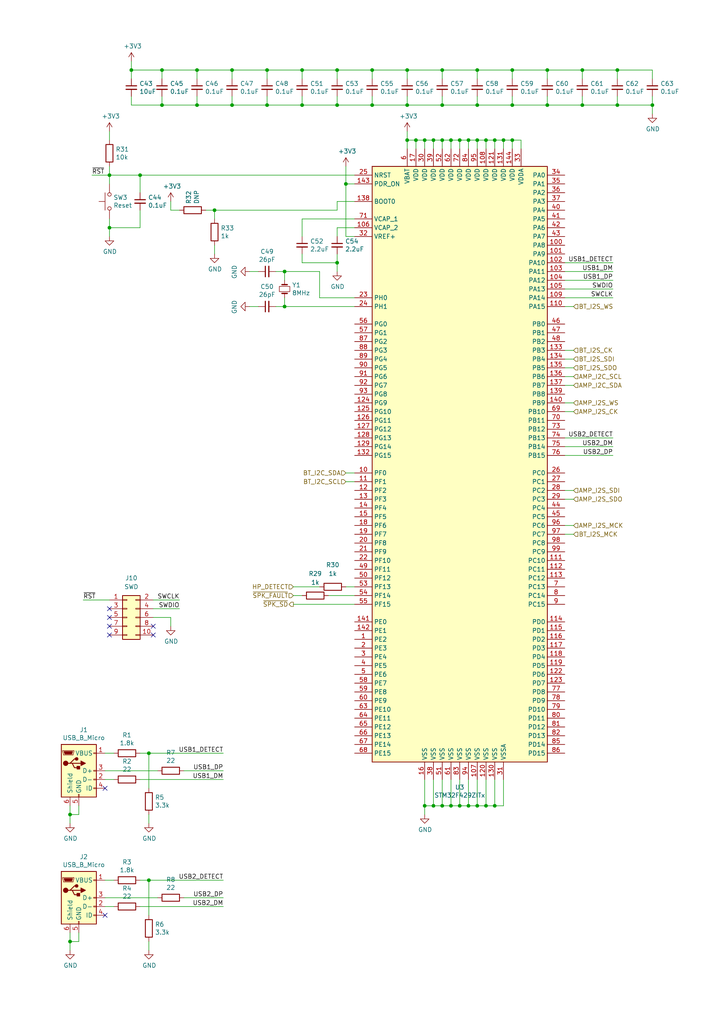
<source format=kicad_sch>
(kicad_sch (version 20201015) (generator eeschema)
  (page 1 7)
  (paper "A4" portrait)
  (lib_symbols
    (symbol "Connector:USB_B_Micro" (pin_names (offset 1.016))
      (property "Reference" "J" (at -5.08 11.43 0))
      (property "Value" "USB_B_Micro" (at -5.08 8.89 0))
      (symbol "USB_B_Micro_0_1"
        (circle (center -3.81 2.159) (radius 0.635) (stroke (width 0.254)) (fill (type outline)))
        (circle (center -0.635 3.429) (radius 0.381) (stroke (width 0.254)) (fill (type outline)))
        (rectangle (start -5.08 -7.62) (end 5.08 7.62) (stroke (width 0.254)) (fill (type background)))
        (rectangle (start -0.127 -7.62) (end 0.127 -6.858))
        (rectangle (start 0.254 1.27) (end -0.508 0.508) (stroke (width 0.254)) (fill (type outline)))
        (rectangle (start 5.08 -5.207) (end 4.318 -4.953))
        (rectangle (start 5.08 -2.667) (end 4.318 -2.413))
        (rectangle (start 5.08 -0.127) (end 4.318 0.127))
        (rectangle (start 5.08 4.953) (end 4.318 5.207))
        (polyline (pts (xy -1.905 2.159) (xy 0.635 2.159)) (stroke (width 0.254)))
        (polyline (pts (xy -3.175 2.159) (xy -2.54 2.159) (xy -1.27 3.429) (xy -0.635 3.429)) (stroke (width 0.254)))
        (polyline (pts (xy -2.54 2.159) (xy -1.905 2.159) (xy -1.27 0.889) (xy 0 0.889)) (stroke (width 0.254)))
        (polyline (pts (xy 0.635 2.794) (xy 0.635 1.524) (xy 1.905 2.159) (xy 0.635 2.794)) (stroke (width 0.254)) (fill (type outline)))
        (polyline (pts (xy -4.318 5.588) (xy -1.778 5.588) (xy -2.032 4.826) (xy -4.064 4.826) (xy -4.318 5.588)) (fill (type outline)))
        (polyline (pts (xy -4.699 5.842) (xy -4.699 5.588) (xy -4.445 4.826) (xy -4.445 4.572) (xy -1.651 4.572) (xy -1.651 4.826) (xy -1.397 5.588) (xy -1.397 5.842) (xy -4.699 5.842)))
      )
      (symbol "USB_B_Micro_1_1"
        (pin power_out line (at 7.62 5.08 180) (length 2.54) (name "VBUS") (number "1"))
        (pin bidirectional line (at 7.62 -2.54 180) (length 2.54) (name "D-") (number "2"))
        (pin bidirectional line (at 7.62 0 180) (length 2.54) (name "D+") (number "3"))
        (pin passive line (at 7.62 -5.08 180) (length 2.54) (name "ID") (number "4"))
        (pin power_out line (at 0 -10.16 90) (length 2.54) (name "GND") (number "5"))
        (pin passive line (at -2.54 -10.16 90) (length 2.54) (name "Shield") (number "6"))
      )
    )
    (symbol "Connector_Generic:Conn_02x05_Odd_Even" (pin_names (offset 1.016) hide)
      (property "Reference" "J" (at 1.27 7.62 0))
      (property "Value" "Conn_02x05_Odd_Even" (at 1.27 -7.62 0))
      (symbol "Conn_02x05_Odd_Even_1_1"
        (rectangle (start -1.27 -4.953) (end 0 -5.207) (stroke (width 0.1524)))
        (rectangle (start -1.27 -2.413) (end 0 -2.667) (stroke (width 0.1524)))
        (rectangle (start -1.27 2.667) (end 0 2.413) (stroke (width 0.1524)))
        (rectangle (start -1.27 5.207) (end 0 4.953) (stroke (width 0.1524)))
        (rectangle (start -1.27 6.35) (end 3.81 -6.35) (stroke (width 0.254)) (fill (type background)))
        (rectangle (start -1.27 0.127) (end 0 -0.127) (stroke (width 0.1524)))
        (rectangle (start 3.81 -4.953) (end 2.54 -5.207) (stroke (width 0.1524)))
        (rectangle (start 3.81 -2.413) (end 2.54 -2.667) (stroke (width 0.1524)))
        (rectangle (start 3.81 2.667) (end 2.54 2.413) (stroke (width 0.1524)))
        (rectangle (start 3.81 5.207) (end 2.54 4.953) (stroke (width 0.1524)))
        (rectangle (start 3.81 0.127) (end 2.54 -0.127) (stroke (width 0.1524)))
        (pin passive line (at -5.08 5.08 0) (length 3.81) (name "Pin_1") (number "1"))
        (pin passive line (at 7.62 -5.08 180) (length 3.81) (name "Pin_10") (number "10"))
        (pin passive line (at 7.62 5.08 180) (length 3.81) (name "Pin_2") (number "2"))
        (pin passive line (at -5.08 2.54 0) (length 3.81) (name "Pin_3") (number "3"))
        (pin passive line (at 7.62 2.54 180) (length 3.81) (name "Pin_4") (number "4"))
        (pin passive line (at -5.08 0 0) (length 3.81) (name "Pin_5") (number "5"))
        (pin passive line (at 7.62 0 180) (length 3.81) (name "Pin_6") (number "6"))
        (pin passive line (at -5.08 -2.54 0) (length 3.81) (name "Pin_7") (number "7"))
        (pin passive line (at 7.62 -2.54 180) (length 3.81) (name "Pin_8") (number "8"))
        (pin passive line (at -5.08 -5.08 0) (length 3.81) (name "Pin_9") (number "9"))
      )
    )
    (symbol "Device:C_Small" (pin_numbers hide) (pin_names (offset 0.254) hide)
      (property "Reference" "C" (at 0.254 1.778 0))
      (property "Value" "C_Small" (at 0.254 -2.032 0))
      (symbol "C_Small_0_1"
        (polyline (pts (xy -1.524 -0.508) (xy 1.524 -0.508)) (stroke (width 0.3302)))
        (polyline (pts (xy -1.524 0.508) (xy 1.524 0.508)) (stroke (width 0.3048)))
      )
      (symbol "C_Small_1_1"
        (pin passive line (at 0 2.54 270) (length 2.032) (name "~") (number "1"))
        (pin passive line (at 0 -2.54 90) (length 2.032) (name "~") (number "2"))
      )
    )
    (symbol "Device:Crystal_Small" (pin_numbers hide) (pin_names (offset 1.016) hide)
      (property "Reference" "Y" (at 0 2.54 0))
      (property "Value" "Crystal_Small" (at 0 -2.54 0))
      (symbol "Crystal_Small_0_1"
        (rectangle (start -0.762 -1.524) (end 0.762 1.524))
        (polyline (pts (xy -1.27 -0.762) (xy -1.27 0.762)) (stroke (width 0.381)))
        (polyline (pts (xy 1.27 -0.762) (xy 1.27 0.762)) (stroke (width 0.381)))
      )
      (symbol "Crystal_Small_1_1"
        (pin passive line (at -2.54 0 0) (length 1.27) (name "1") (number "1"))
        (pin passive line (at 2.54 0 180) (length 1.27) (name "2") (number "2"))
      )
    )
    (symbol "Device:R" (pin_numbers hide) (pin_names (offset 0))
      (property "Reference" "R" (at 2.032 0 90))
      (property "Value" "R" (at 0 0 90))
      (symbol "R_0_1"
        (rectangle (start -1.016 -2.54) (end 1.016 2.54) (stroke (width 0.254)))
      )
      (symbol "R_1_1"
        (pin passive line (at 0 3.81 270) (length 1.27) (name "~") (number "1"))
        (pin passive line (at 0 -3.81 90) (length 1.27) (name "~") (number "2"))
      )
    )
    (symbol "MCU_ST_STM32F4:STM32F429ZITx"
      (property "Reference" "U" (at -25.4 87.63 0))
      (property "Value" "STM32F429ZITx" (at 20.32 87.63 0))
      (symbol "STM32F429ZITx_0_1"
        (rectangle (start -25.4 -86.36) (end 25.4 86.36) (stroke (width 0.254)) (fill (type background)))
      )
      (symbol "STM32F429ZITx_1_1"
        (pin input line (at -30.48 76.2 0) (length 5.08) (name "BOOT0") (number "138"))
        (pin input line (at -30.48 83.82 0) (length 5.08) (name "NRST") (number "25"))
        (pin bidirectional line (at 30.48 83.82 180) (length 5.08) (name "PA0") (number "34"))
        (pin bidirectional line (at 30.48 81.28 180) (length 5.08) (name "PA1") (number "35"))
        (pin bidirectional line (at 30.48 58.42 180) (length 5.08) (name "PA10") (number "102"))
        (pin bidirectional line (at 30.48 55.88 180) (length 5.08) (name "PA11") (number "103"))
        (pin bidirectional line (at 30.48 53.34 180) (length 5.08) (name "PA12") (number "104"))
        (pin bidirectional line (at 30.48 50.8 180) (length 5.08) (name "PA13") (number "105"))
        (pin bidirectional line (at 30.48 48.26 180) (length 5.08) (name "PA14") (number "109"))
        (pin bidirectional line (at 30.48 45.72 180) (length 5.08) (name "PA15") (number "110"))
        (pin bidirectional line (at 30.48 78.74 180) (length 5.08) (name "PA2") (number "36"))
        (pin bidirectional line (at 30.48 76.2 180) (length 5.08) (name "PA3") (number "37"))
        (pin bidirectional line (at 30.48 73.66 180) (length 5.08) (name "PA4") (number "40"))
        (pin bidirectional line (at 30.48 71.12 180) (length 5.08) (name "PA5") (number "41"))
        (pin bidirectional line (at 30.48 68.58 180) (length 5.08) (name "PA6") (number "42"))
        (pin bidirectional line (at 30.48 66.04 180) (length 5.08) (name "PA7") (number "43"))
        (pin bidirectional line (at 30.48 63.5 180) (length 5.08) (name "PA8") (number "100"))
        (pin bidirectional line (at 30.48 60.96 180) (length 5.08) (name "PA9") (number "101"))
        (pin bidirectional line (at 30.48 40.64 180) (length 5.08) (name "PB0") (number "46"))
        (pin bidirectional line (at 30.48 38.1 180) (length 5.08) (name "PB1") (number "47"))
        (pin bidirectional line (at 30.48 15.24 180) (length 5.08) (name "PB10") (number "69"))
        (pin bidirectional line (at 30.48 12.7 180) (length 5.08) (name "PB11") (number "70"))
        (pin bidirectional line (at 30.48 10.16 180) (length 5.08) (name "PB12") (number "73"))
        (pin bidirectional line (at 30.48 7.62 180) (length 5.08) (name "PB13") (number "74"))
        (pin bidirectional line (at 30.48 5.08 180) (length 5.08) (name "PB14") (number "75"))
        (pin bidirectional line (at 30.48 2.54 180) (length 5.08) (name "PB15") (number "76"))
        (pin bidirectional line (at 30.48 35.56 180) (length 5.08) (name "PB2") (number "48"))
        (pin bidirectional line (at 30.48 33.02 180) (length 5.08) (name "PB3") (number "133"))
        (pin bidirectional line (at 30.48 30.48 180) (length 5.08) (name "PB4") (number "134"))
        (pin bidirectional line (at 30.48 27.94 180) (length 5.08) (name "PB5") (number "135"))
        (pin bidirectional line (at 30.48 25.4 180) (length 5.08) (name "PB6") (number "136"))
        (pin bidirectional line (at 30.48 22.86 180) (length 5.08) (name "PB7") (number "137"))
        (pin bidirectional line (at 30.48 20.32 180) (length 5.08) (name "PB8") (number "139"))
        (pin bidirectional line (at 30.48 17.78 180) (length 5.08) (name "PB9") (number "140"))
        (pin bidirectional line (at 30.48 -2.54 180) (length 5.08) (name "PC0") (number "26"))
        (pin bidirectional line (at 30.48 -5.08 180) (length 5.08) (name "PC1") (number "27"))
        (pin bidirectional line (at 30.48 -27.94 180) (length 5.08) (name "PC10") (number "111"))
        (pin bidirectional line (at 30.48 -30.48 180) (length 5.08) (name "PC11") (number "112"))
        (pin bidirectional line (at 30.48 -33.02 180) (length 5.08) (name "PC12") (number "113"))
        (pin bidirectional line (at 30.48 -35.56 180) (length 5.08) (name "PC13") (number "7"))
        (pin bidirectional line (at 30.48 -38.1 180) (length 5.08) (name "PC14") (number "8"))
        (pin bidirectional line (at 30.48 -40.64 180) (length 5.08) (name "PC15") (number "9"))
        (pin bidirectional line (at 30.48 -7.62 180) (length 5.08) (name "PC2") (number "28"))
        (pin bidirectional line (at 30.48 -10.16 180) (length 5.08) (name "PC3") (number "29"))
        (pin bidirectional line (at 30.48 -12.7 180) (length 5.08) (name "PC4") (number "44"))
        (pin bidirectional line (at 30.48 -15.24 180) (length 5.08) (name "PC5") (number "45"))
        (pin bidirectional line (at 30.48 -17.78 180) (length 5.08) (name "PC6") (number "96"))
        (pin bidirectional line (at 30.48 -20.32 180) (length 5.08) (name "PC7") (number "97"))
        (pin bidirectional line (at 30.48 -22.86 180) (length 5.08) (name "PC8") (number "98"))
        (pin bidirectional line (at 30.48 -25.4 180) (length 5.08) (name "PC9") (number "99"))
        (pin bidirectional line (at 30.48 -45.72 180) (length 5.08) (name "PD0") (number "114"))
        (pin bidirectional line (at 30.48 -48.26 180) (length 5.08) (name "PD1") (number "115"))
        (pin bidirectional line (at 30.48 -71.12 180) (length 5.08) (name "PD10") (number "79"))
        (pin bidirectional line (at 30.48 -73.66 180) (length 5.08) (name "PD11") (number "80"))
        (pin bidirectional line (at 30.48 -76.2 180) (length 5.08) (name "PD12") (number "81"))
        (pin bidirectional line (at 30.48 -78.74 180) (length 5.08) (name "PD13") (number "82"))
        (pin bidirectional line (at 30.48 -81.28 180) (length 5.08) (name "PD14") (number "85"))
        (pin bidirectional line (at 30.48 -83.82 180) (length 5.08) (name "PD15") (number "86"))
        (pin bidirectional line (at 30.48 -50.8 180) (length 5.08) (name "PD2") (number "116"))
        (pin bidirectional line (at 30.48 -53.34 180) (length 5.08) (name "PD3") (number "117"))
        (pin bidirectional line (at 30.48 -55.88 180) (length 5.08) (name "PD4") (number "118"))
        (pin bidirectional line (at 30.48 -58.42 180) (length 5.08) (name "PD5") (number "119"))
        (pin bidirectional line (at 30.48 -60.96 180) (length 5.08) (name "PD6") (number "122"))
        (pin bidirectional line (at 30.48 -63.5 180) (length 5.08) (name "PD7") (number "123"))
        (pin bidirectional line (at 30.48 -66.04 180) (length 5.08) (name "PD8") (number "77"))
        (pin bidirectional line (at 30.48 -68.58 180) (length 5.08) (name "PD9") (number "78"))
        (pin input line (at -30.48 81.28 0) (length 5.08) (name "PDR_ON") (number "143"))
        (pin bidirectional line (at -30.48 -45.72 0) (length 5.08) (name "PE0") (number "141"))
        (pin bidirectional line (at -30.48 -48.26 0) (length 5.08) (name "PE1") (number "142"))
        (pin bidirectional line (at -30.48 -71.12 0) (length 5.08) (name "PE10") (number "63"))
        (pin bidirectional line (at -30.48 -73.66 0) (length 5.08) (name "PE11") (number "64"))
        (pin bidirectional line (at -30.48 -76.2 0) (length 5.08) (name "PE12") (number "65"))
        (pin bidirectional line (at -30.48 -78.74 0) (length 5.08) (name "PE13") (number "66"))
        (pin bidirectional line (at -30.48 -81.28 0) (length 5.08) (name "PE14") (number "67"))
        (pin bidirectional line (at -30.48 -83.82 0) (length 5.08) (name "PE15") (number "68"))
        (pin bidirectional line (at -30.48 -50.8 0) (length 5.08) (name "PE2") (number "1"))
        (pin bidirectional line (at -30.48 -53.34 0) (length 5.08) (name "PE3") (number "2"))
        (pin bidirectional line (at -30.48 -55.88 0) (length 5.08) (name "PE4") (number "3"))
        (pin bidirectional line (at -30.48 -58.42 0) (length 5.08) (name "PE5") (number "4"))
        (pin bidirectional line (at -30.48 -60.96 0) (length 5.08) (name "PE6") (number "5"))
        (pin bidirectional line (at -30.48 -63.5 0) (length 5.08) (name "PE7") (number "58"))
        (pin bidirectional line (at -30.48 -66.04 0) (length 5.08) (name "PE8") (number "59"))
        (pin bidirectional line (at -30.48 -68.58 0) (length 5.08) (name "PE9") (number "60"))
        (pin bidirectional line (at -30.48 -2.54 0) (length 5.08) (name "PF0") (number "10"))
        (pin bidirectional line (at -30.48 -5.08 0) (length 5.08) (name "PF1") (number "11"))
        (pin bidirectional line (at -30.48 -27.94 0) (length 5.08) (name "PF10") (number "22"))
        (pin bidirectional line (at -30.48 -30.48 0) (length 5.08) (name "PF11") (number "49"))
        (pin bidirectional line (at -30.48 -33.02 0) (length 5.08) (name "PF12") (number "50"))
        (pin bidirectional line (at -30.48 -35.56 0) (length 5.08) (name "PF13") (number "53"))
        (pin bidirectional line (at -30.48 -38.1 0) (length 5.08) (name "PF14") (number "54"))
        (pin bidirectional line (at -30.48 -40.64 0) (length 5.08) (name "PF15") (number "55"))
        (pin bidirectional line (at -30.48 -7.62 0) (length 5.08) (name "PF2") (number "12"))
        (pin bidirectional line (at -30.48 -10.16 0) (length 5.08) (name "PF3") (number "13"))
        (pin bidirectional line (at -30.48 -12.7 0) (length 5.08) (name "PF4") (number "14"))
        (pin bidirectional line (at -30.48 -15.24 0) (length 5.08) (name "PF5") (number "15"))
        (pin bidirectional line (at -30.48 -17.78 0) (length 5.08) (name "PF6") (number "18"))
        (pin bidirectional line (at -30.48 -20.32 0) (length 5.08) (name "PF7") (number "19"))
        (pin bidirectional line (at -30.48 -22.86 0) (length 5.08) (name "PF8") (number "20"))
        (pin bidirectional line (at -30.48 -25.4 0) (length 5.08) (name "PF9") (number "21"))
        (pin bidirectional line (at -30.48 40.64 0) (length 5.08) (name "PG0") (number "56"))
        (pin bidirectional line (at -30.48 38.1 0) (length 5.08) (name "PG1") (number "57"))
        (pin bidirectional line (at -30.48 15.24 0) (length 5.08) (name "PG10") (number "125"))
        (pin bidirectional line (at -30.48 12.7 0) (length 5.08) (name "PG11") (number "126"))
        (pin bidirectional line (at -30.48 10.16 0) (length 5.08) (name "PG12") (number "127"))
        (pin bidirectional line (at -30.48 7.62 0) (length 5.08) (name "PG13") (number "128"))
        (pin bidirectional line (at -30.48 5.08 0) (length 5.08) (name "PG14") (number "129"))
        (pin bidirectional line (at -30.48 2.54 0) (length 5.08) (name "PG15") (number "132"))
        (pin bidirectional line (at -30.48 35.56 0) (length 5.08) (name "PG2") (number "87"))
        (pin bidirectional line (at -30.48 33.02 0) (length 5.08) (name "PG3") (number "88"))
        (pin bidirectional line (at -30.48 30.48 0) (length 5.08) (name "PG4") (number "89"))
        (pin bidirectional line (at -30.48 27.94 0) (length 5.08) (name "PG5") (number "90"))
        (pin bidirectional line (at -30.48 25.4 0) (length 5.08) (name "PG6") (number "91"))
        (pin bidirectional line (at -30.48 22.86 0) (length 5.08) (name "PG7") (number "92"))
        (pin bidirectional line (at -30.48 20.32 0) (length 5.08) (name "PG8") (number "93"))
        (pin bidirectional line (at -30.48 17.78 0) (length 5.08) (name "PG9") (number "124"))
        (pin input line (at -30.48 48.26 0) (length 5.08) (name "PH0") (number "23"))
        (pin input line (at -30.48 45.72 0) (length 5.08) (name "PH1") (number "24"))
        (pin power_in line (at -15.24 91.44 270) (length 5.08) (name "VBAT") (number "6"))
        (pin power_in line (at -30.48 71.12 0) (length 5.08) (name "VCAP_1") (number "71"))
        (pin power_in line (at -30.48 68.58 0) (length 5.08) (name "VCAP_2") (number "106"))
        (pin power_in line (at 7.62 91.44 270) (length 5.08) (name "VDD") (number "108"))
        (pin power_in line (at 10.16 91.44 270) (length 5.08) (name "VDD") (number "121"))
        (pin power_in line (at 12.7 91.44 270) (length 5.08) (name "VDD") (number "131"))
        (pin power_in line (at 15.24 91.44 270) (length 5.08) (name "VDD") (number "144"))
        (pin power_in line (at -12.7 91.44 270) (length 5.08) (name "VDD") (number "17"))
        (pin power_in line (at -10.16 91.44 270) (length 5.08) (name "VDD") (number "30"))
        (pin power_in line (at -7.62 91.44 270) (length 5.08) (name "VDD") (number "39"))
        (pin power_in line (at -5.08 91.44 270) (length 5.08) (name "VDD") (number "52"))
        (pin power_in line (at -2.54 91.44 270) (length 5.08) (name "VDD") (number "62"))
        (pin power_in line (at 0 91.44 270) (length 5.08) (name "VDD") (number "72"))
        (pin power_in line (at 2.54 91.44 270) (length 5.08) (name "VDD") (number "84"))
        (pin power_in line (at 5.08 91.44 270) (length 5.08) (name "VDD") (number "95"))
        (pin power_in line (at 17.78 91.44 270) (length 5.08) (name "VDDA") (number "33"))
        (pin power_in line (at -30.48 66.04 0) (length 5.08) (name "VREF+") (number "32"))
        (pin power_in line (at 5.08 -91.44 90) (length 5.08) (name "VSS") (number "107"))
        (pin power_in line (at 7.62 -91.44 90) (length 5.08) (name "VSS") (number "120"))
        (pin power_in line (at 10.16 -91.44 90) (length 5.08) (name "VSS") (number "130"))
        (pin power_in line (at -10.16 -91.44 90) (length 5.08) (name "VSS") (number "16"))
        (pin power_in line (at -7.62 -91.44 90) (length 5.08) (name "VSS") (number "38"))
        (pin power_in line (at -5.08 -91.44 90) (length 5.08) (name "VSS") (number "51"))
        (pin power_in line (at -2.54 -91.44 90) (length 5.08) (name "VSS") (number "61"))
        (pin power_in line (at 0 -91.44 90) (length 5.08) (name "VSS") (number "83"))
        (pin power_in line (at 2.54 -91.44 90) (length 5.08) (name "VSS") (number "94"))
        (pin power_in line (at 12.7 -91.44 90) (length 5.08) (name "VSSA") (number "31"))
      )
    )
    (symbol "Switch:SW_Push" (pin_numbers hide) (pin_names (offset 1.016) hide)
      (property "Reference" "SW" (at 1.27 2.54 0))
      (property "Value" "SW_Push" (at 0 -1.524 0))
      (symbol "SW_Push_0_1"
        (circle (center -2.032 0) (radius 0.508))
        (circle (center 2.032 0) (radius 0.508))
        (polyline (pts (xy 0 1.27) (xy 0 3.048)))
        (polyline (pts (xy 2.54 1.27) (xy -2.54 1.27)))
        (pin passive line (at -5.08 0 0) (length 2.54) (name "1") (number "1"))
        (pin passive line (at 5.08 0 180) (length 2.54) (name "2") (number "2"))
      )
    )
    (symbol "power:+3.3V" (power) (pin_names (offset 0))
      (property "Value" "+3.3V" (at 0 3.556 0))
      (symbol "+3.3V_0_1"
        (polyline (pts (xy -0.762 1.27) (xy 0 2.54)))
        (polyline (pts (xy 0 0) (xy 0 2.54)))
        (polyline (pts (xy 0 2.54) (xy 0.762 1.27)))
      )
      (symbol "+3.3V_1_1"
        (pin power_in line (at 0 0 90) (length 0) hide (name "+3V3") (number "1"))
      )
    )
    (symbol "power:GND" (power) (pin_names (offset 0))
      (property "Value" "GND" (at 0 -3.81 0))
      (symbol "GND_0_1"
        (polyline (pts (xy 0 0) (xy 0 -1.27) (xy 1.27 -1.27) (xy 0 -2.54) (xy -1.27 -1.27) (xy 0 -1.27)))
      )
      (symbol "GND_1_1"
        (pin power_in line (at 0 0 270) (length 0) hide (name "GND") (number "1"))
      )
    )
  )
  (junction (at 20.32 236.22) (diameter 0.9144))
  (junction (at 20.32 273.05) (diameter 0.9144))
  (junction (at 31.75 50.8) (diameter 0.9144))
  (junction (at 31.75 66.04) (diameter 0.9144))
  (junction (at 38.1 20.32) (diameter 0.9144))
  (junction (at 40.64 50.8) (diameter 0.9144))
  (junction (at 43.18 218.44) (diameter 0.9144))
  (junction (at 43.18 255.27) (diameter 0.9144))
  (junction (at 46.99 20.32) (diameter 0.9144))
  (junction (at 46.99 30.48) (diameter 0.9144))
  (junction (at 57.15 20.32) (diameter 0.9144))
  (junction (at 57.15 30.48) (diameter 0.9144))
  (junction (at 62.23 60.96) (diameter 0.9144))
  (junction (at 67.31 20.32) (diameter 0.9144))
  (junction (at 67.31 30.48) (diameter 0.9144))
  (junction (at 77.47 20.32) (diameter 0.9144))
  (junction (at 77.47 30.48) (diameter 0.9144))
  (junction (at 82.55 78.74) (diameter 0.9144))
  (junction (at 82.55 88.9) (diameter 0.9144))
  (junction (at 87.63 20.32) (diameter 0.9144))
  (junction (at 87.63 30.48) (diameter 0.9144))
  (junction (at 97.79 20.32) (diameter 0.9144))
  (junction (at 97.79 30.48) (diameter 0.9144))
  (junction (at 97.79 76.2) (diameter 0.9144))
  (junction (at 100.33 53.34) (diameter 0.9144))
  (junction (at 107.95 20.32) (diameter 0.9144))
  (junction (at 107.95 30.48) (diameter 0.9144))
  (junction (at 118.11 20.32) (diameter 0.9144))
  (junction (at 118.11 30.48) (diameter 0.9144))
  (junction (at 118.11 40.64) (diameter 0.9144))
  (junction (at 120.65 40.64) (diameter 0.9144))
  (junction (at 123.19 40.64) (diameter 0.9144))
  (junction (at 123.19 233.68) (diameter 0.9144))
  (junction (at 125.73 40.64) (diameter 0.9144))
  (junction (at 125.73 233.68) (diameter 0.9144))
  (junction (at 128.27 20.32) (diameter 0.9144))
  (junction (at 128.27 30.48) (diameter 0.9144))
  (junction (at 128.27 40.64) (diameter 0.9144))
  (junction (at 128.27 233.68) (diameter 0.9144))
  (junction (at 130.81 40.64) (diameter 0.9144))
  (junction (at 130.81 233.68) (diameter 0.9144))
  (junction (at 133.35 40.64) (diameter 0.9144))
  (junction (at 133.35 233.68) (diameter 0.9144))
  (junction (at 135.89 40.64) (diameter 0.9144))
  (junction (at 135.89 233.68) (diameter 0.9144))
  (junction (at 138.43 20.32) (diameter 0.9144))
  (junction (at 138.43 30.48) (diameter 0.9144))
  (junction (at 138.43 40.64) (diameter 0.9144))
  (junction (at 138.43 233.68) (diameter 0.9144))
  (junction (at 140.97 40.64) (diameter 0.9144))
  (junction (at 140.97 233.68) (diameter 0.9144))
  (junction (at 143.51 40.64) (diameter 0.9144))
  (junction (at 143.51 233.68) (diameter 0.9144))
  (junction (at 146.05 40.64) (diameter 0.9144))
  (junction (at 148.59 20.32) (diameter 0.9144))
  (junction (at 148.59 30.48) (diameter 0.9144))
  (junction (at 148.59 40.64) (diameter 0.9144))
  (junction (at 158.75 20.32) (diameter 0.9144))
  (junction (at 158.75 30.48) (diameter 0.9144))
  (junction (at 168.91 20.32) (diameter 0.9144))
  (junction (at 168.91 30.48) (diameter 0.9144))
  (junction (at 179.07 20.32) (diameter 0.9144))
  (junction (at 179.07 30.48) (diameter 0.9144))
  (junction (at 189.23 30.48) (diameter 0.9144))
  (no_connect (at 31.75 176.53))
  (no_connect (at 31.75 179.07))
  (no_connect (at 31.75 181.61))
  (no_connect (at 31.75 184.15))
  (no_connect (at 44.45 181.61))
  (no_connect (at 44.45 184.15))
  (no_connect (at 30.48 265.43))
  (no_connect (at 30.48 228.6))
  (wire (pts (xy 20.32 233.68) (xy 20.32 236.22)))
  (wire (pts (xy 20.32 236.22) (xy 20.32 238.76)))
  (wire (pts (xy 20.32 270.51) (xy 20.32 273.05)))
  (wire (pts (xy 20.32 273.05) (xy 20.32 275.59)))
  (wire (pts (xy 22.86 233.68) (xy 22.86 236.22)))
  (wire (pts (xy 22.86 236.22) (xy 20.32 236.22)))
  (wire (pts (xy 22.86 270.51) (xy 22.86 273.05)))
  (wire (pts (xy 22.86 273.05) (xy 20.32 273.05)))
  (wire (pts (xy 24.13 173.99) (xy 31.75 173.99)))
  (wire (pts (xy 26.67 50.8) (xy 31.75 50.8)))
  (wire (pts (xy 30.48 226.06) (xy 33.02 226.06)))
  (wire (pts (xy 30.48 262.89) (xy 33.02 262.89)))
  (wire (pts (xy 31.75 38.1) (xy 31.75 40.64)))
  (wire (pts (xy 31.75 48.26) (xy 31.75 50.8)))
  (wire (pts (xy 31.75 50.8) (xy 31.75 53.34)))
  (wire (pts (xy 31.75 63.5) (xy 31.75 66.04)))
  (wire (pts (xy 31.75 66.04) (xy 40.64 66.04)))
  (wire (pts (xy 31.75 68.58) (xy 31.75 66.04)))
  (wire (pts (xy 33.02 218.44) (xy 30.48 218.44)))
  (wire (pts (xy 33.02 255.27) (xy 30.48 255.27)))
  (wire (pts (xy 38.1 20.32) (xy 38.1 17.78)))
  (wire (pts (xy 38.1 20.32) (xy 38.1 22.86)))
  (wire (pts (xy 38.1 30.48) (xy 38.1 27.94)))
  (wire (pts (xy 40.64 50.8) (xy 31.75 50.8)))
  (wire (pts (xy 40.64 50.8) (xy 102.87 50.8)))
  (wire (pts (xy 40.64 55.88) (xy 40.64 50.8)))
  (wire (pts (xy 40.64 66.04) (xy 40.64 60.96)))
  (wire (pts (xy 40.64 226.06) (xy 64.77 226.06)))
  (wire (pts (xy 40.64 262.89) (xy 64.77 262.89)))
  (wire (pts (xy 43.18 218.44) (xy 40.64 218.44)))
  (wire (pts (xy 43.18 228.6) (xy 43.18 218.44)))
  (wire (pts (xy 43.18 236.22) (xy 43.18 238.76)))
  (wire (pts (xy 43.18 255.27) (xy 40.64 255.27)))
  (wire (pts (xy 43.18 265.43) (xy 43.18 255.27)))
  (wire (pts (xy 43.18 273.05) (xy 43.18 275.59)))
  (wire (pts (xy 44.45 173.99) (xy 52.07 173.99)))
  (wire (pts (xy 44.45 176.53) (xy 52.07 176.53)))
  (wire (pts (xy 45.72 223.52) (xy 30.48 223.52)))
  (wire (pts (xy 45.72 260.35) (xy 30.48 260.35)))
  (wire (pts (xy 46.99 20.32) (xy 38.1 20.32)))
  (wire (pts (xy 46.99 20.32) (xy 46.99 22.86)))
  (wire (pts (xy 46.99 20.32) (xy 57.15 20.32)))
  (wire (pts (xy 46.99 30.48) (xy 38.1 30.48)))
  (wire (pts (xy 46.99 30.48) (xy 46.99 27.94)))
  (wire (pts (xy 49.53 60.96) (xy 49.53 58.42)))
  (wire (pts (xy 49.53 179.07) (xy 44.45 179.07)))
  (wire (pts (xy 49.53 181.61) (xy 49.53 179.07)))
  (wire (pts (xy 52.07 60.96) (xy 49.53 60.96)))
  (wire (pts (xy 53.34 223.52) (xy 64.77 223.52)))
  (wire (pts (xy 53.34 260.35) (xy 64.77 260.35)))
  (wire (pts (xy 57.15 20.32) (xy 57.15 22.86)))
  (wire (pts (xy 57.15 20.32) (xy 67.31 20.32)))
  (wire (pts (xy 57.15 27.94) (xy 57.15 30.48)))
  (wire (pts (xy 57.15 30.48) (xy 46.99 30.48)))
  (wire (pts (xy 62.23 60.96) (xy 59.69 60.96)))
  (wire (pts (xy 62.23 60.96) (xy 62.23 63.5)))
  (wire (pts (xy 62.23 71.12) (xy 62.23 73.66)))
  (wire (pts (xy 64.77 218.44) (xy 43.18 218.44)))
  (wire (pts (xy 64.77 255.27) (xy 43.18 255.27)))
  (wire (pts (xy 67.31 20.32) (xy 67.31 22.86)))
  (wire (pts (xy 67.31 20.32) (xy 77.47 20.32)))
  (wire (pts (xy 67.31 27.94) (xy 67.31 30.48)))
  (wire (pts (xy 67.31 30.48) (xy 57.15 30.48)))
  (wire (pts (xy 72.39 78.74) (xy 74.93 78.74)))
  (wire (pts (xy 72.39 88.9) (xy 74.93 88.9)))
  (wire (pts (xy 77.47 20.32) (xy 77.47 22.86)))
  (wire (pts (xy 77.47 20.32) (xy 87.63 20.32)))
  (wire (pts (xy 77.47 27.94) (xy 77.47 30.48)))
  (wire (pts (xy 77.47 30.48) (xy 67.31 30.48)))
  (wire (pts (xy 80.01 78.74) (xy 82.55 78.74)))
  (wire (pts (xy 80.01 88.9) (xy 82.55 88.9)))
  (wire (pts (xy 82.55 78.74) (xy 82.55 81.28)))
  (wire (pts (xy 82.55 86.36) (xy 82.55 88.9)))
  (wire (pts (xy 82.55 88.9) (xy 102.87 88.9)))
  (wire (pts (xy 85.09 170.18) (xy 92.71 170.18)))
  (wire (pts (xy 85.09 172.72) (xy 87.63 172.72)))
  (wire (pts (xy 85.09 175.26) (xy 102.87 175.26)))
  (wire (pts (xy 87.63 20.32) (xy 87.63 22.86)))
  (wire (pts (xy 87.63 20.32) (xy 97.79 20.32)))
  (wire (pts (xy 87.63 27.94) (xy 87.63 30.48)))
  (wire (pts (xy 87.63 30.48) (xy 77.47 30.48)))
  (wire (pts (xy 87.63 63.5) (xy 87.63 68.58)))
  (wire (pts (xy 87.63 76.2) (xy 87.63 73.66)))
  (wire (pts (xy 92.71 78.74) (xy 82.55 78.74)))
  (wire (pts (xy 92.71 86.36) (xy 92.71 78.74)))
  (wire (pts (xy 95.25 172.72) (xy 102.87 172.72)))
  (wire (pts (xy 97.79 20.32) (xy 97.79 22.86)))
  (wire (pts (xy 97.79 20.32) (xy 107.95 20.32)))
  (wire (pts (xy 97.79 27.94) (xy 97.79 30.48)))
  (wire (pts (xy 97.79 30.48) (xy 87.63 30.48)))
  (wire (pts (xy 97.79 58.42) (xy 97.79 60.96)))
  (wire (pts (xy 97.79 60.96) (xy 62.23 60.96)))
  (wire (pts (xy 97.79 66.04) (xy 97.79 68.58)))
  (wire (pts (xy 97.79 73.66) (xy 97.79 76.2)))
  (wire (pts (xy 97.79 76.2) (xy 87.63 76.2)))
  (wire (pts (xy 97.79 76.2) (xy 97.79 78.74)))
  (wire (pts (xy 100.33 48.26) (xy 100.33 53.34)))
  (wire (pts (xy 100.33 53.34) (xy 100.33 68.58)))
  (wire (pts (xy 100.33 53.34) (xy 102.87 53.34)))
  (wire (pts (xy 100.33 68.58) (xy 102.87 68.58)))
  (wire (pts (xy 100.33 139.7) (xy 102.87 139.7)))
  (wire (pts (xy 100.33 170.18) (xy 102.87 170.18)))
  (wire (pts (xy 102.87 58.42) (xy 97.79 58.42)))
  (wire (pts (xy 102.87 63.5) (xy 87.63 63.5)))
  (wire (pts (xy 102.87 66.04) (xy 97.79 66.04)))
  (wire (pts (xy 102.87 86.36) (xy 92.71 86.36)))
  (wire (pts (xy 102.87 137.16) (xy 100.33 137.16)))
  (wire (pts (xy 107.95 20.32) (xy 107.95 22.86)))
  (wire (pts (xy 107.95 20.32) (xy 118.11 20.32)))
  (wire (pts (xy 107.95 27.94) (xy 107.95 30.48)))
  (wire (pts (xy 107.95 30.48) (xy 97.79 30.48)))
  (wire (pts (xy 118.11 20.32) (xy 118.11 22.86)))
  (wire (pts (xy 118.11 20.32) (xy 128.27 20.32)))
  (wire (pts (xy 118.11 27.94) (xy 118.11 30.48)))
  (wire (pts (xy 118.11 30.48) (xy 107.95 30.48)))
  (wire (pts (xy 118.11 38.1) (xy 118.11 40.64)))
  (wire (pts (xy 118.11 40.64) (xy 118.11 43.18)))
  (wire (pts (xy 120.65 40.64) (xy 118.11 40.64)))
  (wire (pts (xy 120.65 43.18) (xy 120.65 40.64)))
  (wire (pts (xy 123.19 40.64) (xy 120.65 40.64)))
  (wire (pts (xy 123.19 43.18) (xy 123.19 40.64)))
  (wire (pts (xy 123.19 226.06) (xy 123.19 233.68)))
  (wire (pts (xy 123.19 233.68) (xy 123.19 236.22)))
  (wire (pts (xy 123.19 233.68) (xy 125.73 233.68)))
  (wire (pts (xy 125.73 40.64) (xy 123.19 40.64)))
  (wire (pts (xy 125.73 43.18) (xy 125.73 40.64)))
  (wire (pts (xy 125.73 226.06) (xy 125.73 233.68)))
  (wire (pts (xy 125.73 233.68) (xy 128.27 233.68)))
  (wire (pts (xy 128.27 20.32) (xy 128.27 22.86)))
  (wire (pts (xy 128.27 20.32) (xy 138.43 20.32)))
  (wire (pts (xy 128.27 27.94) (xy 128.27 30.48)))
  (wire (pts (xy 128.27 30.48) (xy 118.11 30.48)))
  (wire (pts (xy 128.27 40.64) (xy 125.73 40.64)))
  (wire (pts (xy 128.27 43.18) (xy 128.27 40.64)))
  (wire (pts (xy 128.27 226.06) (xy 128.27 233.68)))
  (wire (pts (xy 128.27 233.68) (xy 130.81 233.68)))
  (wire (pts (xy 130.81 40.64) (xy 128.27 40.64)))
  (wire (pts (xy 130.81 43.18) (xy 130.81 40.64)))
  (wire (pts (xy 130.81 226.06) (xy 130.81 233.68)))
  (wire (pts (xy 130.81 233.68) (xy 133.35 233.68)))
  (wire (pts (xy 133.35 40.64) (xy 130.81 40.64)))
  (wire (pts (xy 133.35 43.18) (xy 133.35 40.64)))
  (wire (pts (xy 133.35 226.06) (xy 133.35 233.68)))
  (wire (pts (xy 133.35 233.68) (xy 135.89 233.68)))
  (wire (pts (xy 135.89 40.64) (xy 133.35 40.64)))
  (wire (pts (xy 135.89 43.18) (xy 135.89 40.64)))
  (wire (pts (xy 135.89 226.06) (xy 135.89 233.68)))
  (wire (pts (xy 135.89 233.68) (xy 138.43 233.68)))
  (wire (pts (xy 138.43 20.32) (xy 138.43 22.86)))
  (wire (pts (xy 138.43 20.32) (xy 148.59 20.32)))
  (wire (pts (xy 138.43 27.94) (xy 138.43 30.48)))
  (wire (pts (xy 138.43 30.48) (xy 128.27 30.48)))
  (wire (pts (xy 138.43 40.64) (xy 135.89 40.64)))
  (wire (pts (xy 138.43 43.18) (xy 138.43 40.64)))
  (wire (pts (xy 138.43 226.06) (xy 138.43 233.68)))
  (wire (pts (xy 138.43 233.68) (xy 140.97 233.68)))
  (wire (pts (xy 140.97 40.64) (xy 138.43 40.64)))
  (wire (pts (xy 140.97 43.18) (xy 140.97 40.64)))
  (wire (pts (xy 140.97 233.68) (xy 140.97 226.06)))
  (wire (pts (xy 140.97 233.68) (xy 143.51 233.68)))
  (wire (pts (xy 143.51 40.64) (xy 140.97 40.64)))
  (wire (pts (xy 143.51 43.18) (xy 143.51 40.64)))
  (wire (pts (xy 143.51 226.06) (xy 143.51 233.68)))
  (wire (pts (xy 143.51 233.68) (xy 146.05 233.68)))
  (wire (pts (xy 146.05 40.64) (xy 143.51 40.64)))
  (wire (pts (xy 146.05 43.18) (xy 146.05 40.64)))
  (wire (pts (xy 146.05 233.68) (xy 146.05 226.06)))
  (wire (pts (xy 148.59 20.32) (xy 148.59 22.86)))
  (wire (pts (xy 148.59 20.32) (xy 158.75 20.32)))
  (wire (pts (xy 148.59 27.94) (xy 148.59 30.48)))
  (wire (pts (xy 148.59 30.48) (xy 138.43 30.48)))
  (wire (pts (xy 148.59 40.64) (xy 146.05 40.64)))
  (wire (pts (xy 148.59 43.18) (xy 148.59 40.64)))
  (wire (pts (xy 151.13 40.64) (xy 148.59 40.64)))
  (wire (pts (xy 151.13 43.18) (xy 151.13 40.64)))
  (wire (pts (xy 158.75 20.32) (xy 158.75 22.86)))
  (wire (pts (xy 158.75 20.32) (xy 168.91 20.32)))
  (wire (pts (xy 158.75 27.94) (xy 158.75 30.48)))
  (wire (pts (xy 158.75 30.48) (xy 148.59 30.48)))
  (wire (pts (xy 163.83 83.82) (xy 177.8 83.82)))
  (wire (pts (xy 163.83 86.36) (xy 177.8 86.36)))
  (wire (pts (xy 163.83 104.14) (xy 166.37 104.14)))
  (wire (pts (xy 163.83 111.76) (xy 166.37 111.76)))
  (wire (pts (xy 163.83 119.38) (xy 166.37 119.38)))
  (wire (pts (xy 163.83 144.78) (xy 166.37 144.78)))
  (wire (pts (xy 166.37 88.9) (xy 163.83 88.9)))
  (wire (pts (xy 166.37 101.6) (xy 163.83 101.6)))
  (wire (pts (xy 166.37 106.68) (xy 163.83 106.68)))
  (wire (pts (xy 166.37 109.22) (xy 163.83 109.22)))
  (wire (pts (xy 166.37 116.84) (xy 163.83 116.84)))
  (wire (pts (xy 166.37 142.24) (xy 163.83 142.24)))
  (wire (pts (xy 166.37 152.4) (xy 163.83 152.4)))
  (wire (pts (xy 166.37 154.94) (xy 163.83 154.94)))
  (wire (pts (xy 168.91 20.32) (xy 168.91 22.86)))
  (wire (pts (xy 168.91 20.32) (xy 179.07 20.32)))
  (wire (pts (xy 168.91 27.94) (xy 168.91 30.48)))
  (wire (pts (xy 168.91 30.48) (xy 158.75 30.48)))
  (wire (pts (xy 177.8 76.2) (xy 163.83 76.2)))
  (wire (pts (xy 177.8 78.74) (xy 163.83 78.74)))
  (wire (pts (xy 177.8 81.28) (xy 163.83 81.28)))
  (wire (pts (xy 177.8 127) (xy 163.83 127)))
  (wire (pts (xy 177.8 129.54) (xy 163.83 129.54)))
  (wire (pts (xy 177.8 132.08) (xy 163.83 132.08)))
  (wire (pts (xy 179.07 20.32) (xy 179.07 22.86)))
  (wire (pts (xy 179.07 20.32) (xy 189.23 20.32)))
  (wire (pts (xy 179.07 27.94) (xy 179.07 30.48)))
  (wire (pts (xy 179.07 30.48) (xy 168.91 30.48)))
  (wire (pts (xy 189.23 20.32) (xy 189.23 22.86)))
  (wire (pts (xy 189.23 27.94) (xy 189.23 30.48)))
  (wire (pts (xy 189.23 30.48) (xy 179.07 30.48)))
  (wire (pts (xy 189.23 30.48) (xy 189.23 33.02)))
  (label "~RST" (at 24.13 173.99 0))
  (label "~RST" (at 26.67 50.8 0))
  (label "SWCLK" (at 52.07 173.99 180))
  (label "SWDIO" (at 52.07 176.53 180))
  (label "USB1_DETECT" (at 64.77 218.44 180))
  (label "USB1_DP" (at 64.77 223.52 180))
  (label "USB1_DM" (at 64.77 226.06 180))
  (label "USB2_DETECT" (at 64.77 255.27 180))
  (label "USB2_DP" (at 64.77 260.35 180))
  (label "USB2_DM" (at 64.77 262.89 180))
  (label "USB1_DETECT" (at 177.8 76.2 180))
  (label "USB1_DM" (at 177.8 78.74 180))
  (label "USB1_DP" (at 177.8 81.28 180))
  (label "SWDIO" (at 177.8 83.82 180))
  (label "SWCLK" (at 177.8 86.36 180))
  (label "USB2_DETECT" (at 177.8 127 180))
  (label "USB2_DM" (at 177.8 129.54 180))
  (label "USB2_DP" (at 177.8 132.08 180))
  (hierarchical_label "HP_DETECT" (shape input) (at 85.09 170.18 180))
  (hierarchical_label "~SPK_FAULT" (shape input) (at 85.09 172.72 180))
  (hierarchical_label "~SPK_SD" (shape output) (at 85.09 175.26 180))
  (hierarchical_label "BT_I2C_SDA" (shape input) (at 100.33 137.16 180))
  (hierarchical_label "BT_I2C_SCL" (shape input) (at 100.33 139.7 180))
  (hierarchical_label "BT_I2S_WS" (shape input) (at 166.37 88.9 0))
  (hierarchical_label "BT_I2S_CK" (shape input) (at 166.37 101.6 0))
  (hierarchical_label "BT_I2S_SDI" (shape input) (at 166.37 104.14 0))
  (hierarchical_label "BT_I2S_SDO" (shape input) (at 166.37 106.68 0))
  (hierarchical_label "AMP_I2C_SCL" (shape input) (at 166.37 109.22 0))
  (hierarchical_label "AMP_I2C_SDA" (shape input) (at 166.37 111.76 0))
  (hierarchical_label "AMP_I2S_WS" (shape input) (at 166.37 116.84 0))
  (hierarchical_label "AMP_I2S_CK" (shape input) (at 166.37 119.38 0))
  (hierarchical_label "AMP_I2S_SDI" (shape input) (at 166.37 142.24 0))
  (hierarchical_label "AMP_I2S_SDO" (shape input) (at 166.37 144.78 0))
  (hierarchical_label "AMP_I2S_MCK" (shape input) (at 166.37 152.4 0))
  (hierarchical_label "BT_I2S_MCK" (shape input) (at 166.37 154.94 0))
  (symbol (lib_id "power:+3.3V") (at 31.75 38.1 0) (unit 1)
    (property "Reference" "#PWR0170" (effects hide))
    (property "Value" "+3.3V" (at 32.131 33.7058 0))
  )
  (symbol (lib_id "power:+3.3V") (at 38.1 17.78 0) (unit 1)
    (property "Reference" "#PWR0169" (effects hide))
    (property "Value" "+3.3V" (at 38.481 13.3858 0))
  )
  (symbol (lib_id "power:+3.3V") (at 49.53 58.42 0) (unit 1)
    (property "Reference" "#PWR0171" (effects hide))
    (property "Value" "+3.3V" (at 49.911 54.0258 0))
  )
  (symbol (lib_id "power:+3.3V") (at 100.33 48.26 0) (unit 1)
    (property "Reference" "#PWR0166" (effects hide))
    (property "Value" "+3.3V" (at 100.711 43.8658 0))
  )
  (symbol (lib_id "power:+3.3V") (at 118.11 38.1 0) (unit 1)
    (property "Reference" "#PWR0102" (effects hide))
    (property "Value" "+3.3V" (at 118.491 33.7058 0))
  )
  (symbol (lib_id "power:GND") (at 20.32 238.76 0) (unit 1)
    (property "Reference" "#PWR0103" (effects hide))
    (property "Value" "GND" (at 20.447 243.1542 0))
  )
  (symbol (lib_id "power:GND") (at 20.32 275.59 0) (unit 1)
    (property "Reference" "#PWR0105" (effects hide))
    (property "Value" "GND" (at 20.447 279.9842 0))
  )
  (symbol (lib_id "power:GND") (at 31.75 68.58 0) (unit 1)
    (property "Reference" "#PWR0172" (effects hide))
    (property "Value" "GND" (at 31.877 72.9742 0))
  )
  (symbol (lib_id "power:GND") (at 43.18 238.76 0) (unit 1)
    (property "Reference" "#PWR0104" (effects hide))
    (property "Value" "GND" (at 43.307 243.1542 0))
  )
  (symbol (lib_id "power:GND") (at 43.18 275.59 0) (unit 1)
    (property "Reference" "#PWR0106" (effects hide))
    (property "Value" "GND" (at 43.307 279.9842 0))
  )
  (symbol (lib_id "power:GND") (at 49.53 181.61 0) (unit 1)
    (property "Reference" "#PWR?" (effects hide))
    (property "Value" "GND" (at 49.657 186.0042 0))
  )
  (symbol (lib_id "power:GND") (at 62.23 73.66 0) (unit 1)
    (property "Reference" "#PWR0167" (effects hide))
    (property "Value" "GND" (at 62.357 78.0542 0))
  )
  (symbol (lib_id "power:GND") (at 72.39 78.74 270) (unit 1)
    (property "Reference" "#PWR0164" (effects hide))
    (property "Value" "GND" (at 67.9958 78.867 0))
  )
  (symbol (lib_id "power:GND") (at 72.39 88.9 270) (unit 1)
    (property "Reference" "#PWR0165" (effects hide))
    (property "Value" "GND" (at 67.9958 89.027 0))
  )
  (symbol (lib_id "power:GND") (at 97.79 78.74 0) (unit 1)
    (property "Reference" "#PWR0163" (effects hide))
    (property "Value" "GND" (at 97.917 83.1342 0))
  )
  (symbol (lib_id "power:GND") (at 123.19 236.22 0) (unit 1)
    (property "Reference" "#PWR0101" (effects hide))
    (property "Value" "GND" (at 123.317 240.6142 0))
  )
  (symbol (lib_id "power:GND") (at 189.23 33.02 0) (unit 1)
    (property "Reference" "#PWR0168" (effects hide))
    (property "Value" "GND" (at 189.357 37.4142 0))
  )
  (symbol (lib_id "Device:Crystal_Small") (at 82.55 83.82 90) (unit 1)
    (property "Reference" "Y1" (at 84.7091 82.6706 90) (effects (justify right)))
    (property "Value" "8MHz" (at 84.709 84.969 90) (effects (justify right)))
    (property "Footprint" "Crystal:Crystal_SMD_HC49-SD" (effects hide))
  )
  (symbol (lib_id "Device:R") (at 31.75 44.45 0) (unit 1)
    (property "Reference" "R31" (at 33.5281 43.3006 0) (effects (justify left)))
    (property "Value" "10k" (at 33.528 45.599 0) (effects (justify left)))
    (property "Footprint" "Resistor_SMD:R_0603_1608Metric" (effects hide))
  )
  (symbol (lib_id "Device:R") (at 36.83 218.44 270) (unit 1)
    (property "Reference" "R1" (at 36.83 213.1822 90))
    (property "Value" "1.8k" (at 36.83 215.4936 90))
    (property "Footprint" "Resistor_SMD:R_0603_1608Metric" (effects hide))
  )
  (symbol (lib_id "Device:R") (at 36.83 226.06 270) (unit 1)
    (property "Reference" "R2" (at 36.83 220.8022 90))
    (property "Value" "22" (at 36.83 223.1136 90))
    (property "Footprint" "Resistor_SMD:R_0603_1608Metric" (effects hide))
  )
  (symbol (lib_id "Device:R") (at 36.83 255.27 270) (unit 1)
    (property "Reference" "R3" (at 36.83 250.0122 90))
    (property "Value" "1.8k" (at 36.83 252.3236 90))
    (property "Footprint" "Resistor_SMD:R_0603_1608Metric" (effects hide))
  )
  (symbol (lib_id "Device:R") (at 36.83 262.89 270) (unit 1)
    (property "Reference" "R4" (at 36.83 257.6322 90))
    (property "Value" "22" (at 36.83 259.9436 90))
    (property "Footprint" "Resistor_SMD:R_0603_1608Metric" (effects hide))
  )
  (symbol (lib_id "Device:R") (at 43.18 232.41 0) (unit 1)
    (property "Reference" "R5" (at 44.958 231.2416 0) (effects (justify left)))
    (property "Value" "3.3k" (at 44.958 233.553 0) (effects (justify left)))
    (property "Footprint" "Resistor_SMD:R_0603_1608Metric" (effects hide))
  )
  (symbol (lib_id "Device:R") (at 43.18 269.24 0) (unit 1)
    (property "Reference" "R6" (at 44.958 268.0716 0) (effects (justify left)))
    (property "Value" "3.3k" (at 44.958 270.383 0) (effects (justify left)))
    (property "Footprint" "Resistor_SMD:R_0603_1608Metric" (effects hide))
  )
  (symbol (lib_id "Device:R") (at 49.53 223.52 270) (unit 1)
    (property "Reference" "R7" (at 49.53 218.2622 90))
    (property "Value" "22" (at 49.53 220.5736 90))
    (property "Footprint" "Resistor_SMD:R_0603_1608Metric" (effects hide))
  )
  (symbol (lib_id "Device:R") (at 49.53 260.35 270) (unit 1)
    (property "Reference" "R8" (at 49.53 255.0922 90))
    (property "Value" "22" (at 49.53 257.4036 90))
    (property "Footprint" "Resistor_SMD:R_0603_1608Metric" (effects hide))
  )
  (symbol (lib_id "Device:R") (at 55.88 60.96 90) (unit 1)
    (property "Reference" "R32" (at 54.7306 59.1819 0) (effects (justify left)))
    (property "Value" "DNP" (at 57.029 59.182 0) (effects (justify left)))
    (property "Footprint" "Resistor_SMD:R_0603_1608Metric" (effects hide))
  )
  (symbol (lib_id "Device:R") (at 62.23 67.31 0) (unit 1)
    (property "Reference" "R33" (at 64.0081 66.1606 0) (effects (justify left)))
    (property "Value" "1k" (at 64.008 68.459 0) (effects (justify left)))
    (property "Footprint" "Resistor_SMD:R_0603_1608Metric" (effects hide))
  )
  (symbol (lib_id "Device:R") (at 91.44 172.72 90) (unit 1)
    (property "Reference" "R29" (at 91.44 166.37 90))
    (property "Value" "1k" (at 91.44 168.91 90))
    (property "Footprint" "Resistor_SMD:R_0603_1608Metric" (effects hide))
  )
  (symbol (lib_id "Device:R") (at 96.52 170.18 90) (unit 1)
    (property "Reference" "R30" (at 96.52 163.83 90))
    (property "Value" "1k" (at 96.52 166.37 90))
    (property "Footprint" "Resistor_SMD:R_0603_1608Metric" (effects hide))
  )
  (symbol (lib_id "Device:C_Small") (at 38.1 25.4 0) (unit 1)
    (property "Reference" "C43" (at 40.4242 24.2506 0) (effects (justify left)))
    (property "Value" "10uF" (at 40.424 26.549 0) (effects (justify left)))
    (property "Footprint" "Capacitor_SMD:C_0805_2012Metric" (effects hide))
  )
  (symbol (lib_id "Device:C_Small") (at 40.64 58.42 0) (unit 1)
    (property "Reference" "C44" (at 42.9642 57.2706 0) (effects (justify left)))
    (property "Value" "0.1uF" (at 42.964 59.5696 0) (effects (justify left)))
    (property "Footprint" "Capacitor_SMD:C_0603_1608Metric" (effects hide))
  )
  (symbol (lib_id "Device:C_Small") (at 46.99 25.4 0) (unit 1)
    (property "Reference" "C45" (at 49.3142 24.2506 0) (effects (justify left)))
    (property "Value" "0.1uF" (at 49.314 26.5496 0) (effects (justify left)))
    (property "Footprint" "Capacitor_SMD:C_0603_1608Metric" (effects hide))
  )
  (symbol (lib_id "Device:C_Small") (at 57.15 25.4 0) (unit 1)
    (property "Reference" "C46" (at 59.4742 24.2506 0) (effects (justify left)))
    (property "Value" "0.1uF" (at 59.474 26.5496 0) (effects (justify left)))
    (property "Footprint" "Capacitor_SMD:C_0603_1608Metric" (effects hide))
  )
  (symbol (lib_id "Device:C_Small") (at 67.31 25.4 0) (unit 1)
    (property "Reference" "C47" (at 69.6342 24.2506 0) (effects (justify left)))
    (property "Value" "0.1uF" (at 69.634 26.5496 0) (effects (justify left)))
    (property "Footprint" "Capacitor_SMD:C_0603_1608Metric" (effects hide))
  )
  (symbol (lib_id "Device:C_Small") (at 77.47 25.4 0) (unit 1)
    (property "Reference" "C48" (at 79.7942 24.2506 0) (effects (justify left)))
    (property "Value" "0.1uF" (at 79.794 26.5496 0) (effects (justify left)))
    (property "Footprint" "Capacitor_SMD:C_0603_1608Metric" (effects hide))
  )
  (symbol (lib_id "Device:C_Small") (at 77.47 78.74 90) (unit 1)
    (property "Reference" "C49" (at 77.47 72.9677 90))
    (property "Value" "26pF" (at 77.47 75.266 90))
    (property "Footprint" "Capacitor_SMD:C_0603_1608Metric" (effects hide))
  )
  (symbol (lib_id "Device:C_Small") (at 77.47 88.9 90) (unit 1)
    (property "Reference" "C50" (at 77.47 83.1277 90))
    (property "Value" "26pF" (at 77.47 85.426 90))
    (property "Footprint" "Capacitor_SMD:C_0603_1608Metric" (effects hide))
  )
  (symbol (lib_id "Device:C_Small") (at 87.63 25.4 0) (unit 1)
    (property "Reference" "C51" (at 89.9542 24.2506 0) (effects (justify left)))
    (property "Value" "0.1uF" (at 89.954 26.5496 0) (effects (justify left)))
    (property "Footprint" "Capacitor_SMD:C_0603_1608Metric" (effects hide))
  )
  (symbol (lib_id "Device:C_Small") (at 87.63 71.12 0) (unit 1)
    (property "Reference" "C52" (at 89.9542 69.9706 0) (effects (justify left)))
    (property "Value" "2.2uF" (at 89.954 72.269 0) (effects (justify left)))
    (property "Footprint" "Capacitor_SMD:C_0603_1608Metric" (effects hide))
  )
  (symbol (lib_id "Device:C_Small") (at 97.79 25.4 0) (unit 1)
    (property "Reference" "C53" (at 100.1142 24.2506 0) (effects (justify left)))
    (property "Value" "0.1uF" (at 100.114 26.5496 0) (effects (justify left)))
    (property "Footprint" "Capacitor_SMD:C_0603_1608Metric" (effects hide))
  )
  (symbol (lib_id "Device:C_Small") (at 97.79 71.12 0) (unit 1)
    (property "Reference" "C54" (at 100.1142 69.9706 0) (effects (justify left)))
    (property "Value" "2.2uF" (at 100.114 72.269 0) (effects (justify left)))
    (property "Footprint" "Capacitor_SMD:C_0603_1608Metric" (effects hide))
  )
  (symbol (lib_id "Device:C_Small") (at 107.95 25.4 0) (unit 1)
    (property "Reference" "C55" (at 110.2742 24.2506 0) (effects (justify left)))
    (property "Value" "0.1uF" (at 110.274 26.5496 0) (effects (justify left)))
    (property "Footprint" "Capacitor_SMD:C_0603_1608Metric" (effects hide))
  )
  (symbol (lib_id "Device:C_Small") (at 118.11 25.4 0) (unit 1)
    (property "Reference" "C56" (at 120.4342 24.2506 0) (effects (justify left)))
    (property "Value" "0.1uF" (at 120.434 26.5496 0) (effects (justify left)))
    (property "Footprint" "Capacitor_SMD:C_0603_1608Metric" (effects hide))
  )
  (symbol (lib_id "Device:C_Small") (at 128.27 25.4 0) (unit 1)
    (property "Reference" "C57" (at 130.5942 24.2506 0) (effects (justify left)))
    (property "Value" "0.1uF" (at 130.594 26.5496 0) (effects (justify left)))
    (property "Footprint" "Capacitor_SMD:C_0603_1608Metric" (effects hide))
  )
  (symbol (lib_id "Device:C_Small") (at 138.43 25.4 0) (unit 1)
    (property "Reference" "C58" (at 140.7542 24.2506 0) (effects (justify left)))
    (property "Value" "0.1uF" (at 140.754 26.5496 0) (effects (justify left)))
    (property "Footprint" "Capacitor_SMD:C_0603_1608Metric" (effects hide))
  )
  (symbol (lib_id "Device:C_Small") (at 148.59 25.4 0) (unit 1)
    (property "Reference" "C59" (at 150.9142 24.2506 0) (effects (justify left)))
    (property "Value" "0.1uF" (at 150.914 26.5496 0) (effects (justify left)))
    (property "Footprint" "Capacitor_SMD:C_0603_1608Metric" (effects hide))
  )
  (symbol (lib_id "Device:C_Small") (at 158.75 25.4 0) (unit 1)
    (property "Reference" "C60" (at 161.0742 24.2506 0) (effects (justify left)))
    (property "Value" "0.1uF" (at 161.074 26.5496 0) (effects (justify left)))
    (property "Footprint" "Capacitor_SMD:C_0603_1608Metric" (effects hide))
  )
  (symbol (lib_id "Device:C_Small") (at 168.91 25.4 0) (unit 1)
    (property "Reference" "C61" (at 171.2342 24.2506 0) (effects (justify left)))
    (property "Value" "0.1uF" (at 171.234 26.5496 0) (effects (justify left)))
    (property "Footprint" "Capacitor_SMD:C_0603_1608Metric" (effects hide))
  )
  (symbol (lib_id "Device:C_Small") (at 179.07 25.4 0) (unit 1)
    (property "Reference" "C62" (at 181.3942 24.2506 0) (effects (justify left)))
    (property "Value" "0.1uF" (at 181.394 26.5496 0) (effects (justify left)))
    (property "Footprint" "Capacitor_SMD:C_0603_1608Metric" (effects hide))
  )
  (symbol (lib_id "Device:C_Small") (at 189.23 25.4 0) (unit 1)
    (property "Reference" "C63" (at 191.5542 24.2506 0) (effects (justify left)))
    (property "Value" "0.1uF" (at 191.554 26.5496 0) (effects (justify left)))
    (property "Footprint" "Capacitor_SMD:C_0603_1608Metric" (effects hide))
  )
  (symbol (lib_id "Switch:SW_Push") (at 31.75 58.42 90) (unit 1)
    (property "Reference" "SW3" (at 32.8931 57.2706 90) (effects (justify right)))
    (property "Value" "Reset" (at 32.8931 59.5693 90) (effects (justify right)))
    (property "Footprint" "Button_Switch_THT:SW_PUSH_6mm_H4.3mm" (effects hide))
  )
  (symbol (lib_id "Connector_Generic:Conn_02x05_Odd_Even") (at 36.83 179.07 0) (unit 1)
    (property "Reference" "J10" (at 38.1 167.64 0))
    (property "Value" "SWD" (at 38.1 170.18 0))
    (property "Footprint" "Connector_IDC:IDC-Header_2x05_P2.54mm_Vertical" (effects hide))
  )
  (symbol (lib_id "Connector:USB_B_Micro") (at 22.86 223.52 0) (unit 1)
    (property "Reference" "J1" (at 24.3078 211.6582 0))
    (property "Value" "USB_B_Micro" (at 24.3078 213.9696 0))
    (property "Footprint" "Connector_USB:USB_Micro-B_Amphenol_10104110_Horizontal" (effects hide))
  )
  (symbol (lib_id "Connector:USB_B_Micro") (at 22.86 260.35 0) (unit 1)
    (property "Reference" "J2" (at 24.3078 248.4882 0))
    (property "Value" "USB_B_Micro" (at 24.3078 250.7996 0))
    (property "Footprint" "Connector_USB:USB_Micro-B_Amphenol_10104110_Horizontal" (effects hide))
  )
  (symbol (lib_id "MCU_ST_STM32F4:STM32F429ZITx") (at 133.35 134.62 0) (unit 1)
    (property "Reference" "U3" (at 133.35 228.3206 0))
    (property "Value" "STM32F429ZITx" (at 133.35 230.632 0))
    (property "Footprint" "Package_QFP:LQFP-144_20x20mm_P0.5mm" (effects hide))
    (property "Datasheet" "http://www.st.com/st-web-ui/static/active/en/resource/technical/document/datasheet/DM00071990.pdf" (effects hide))
  )
)
</source>
